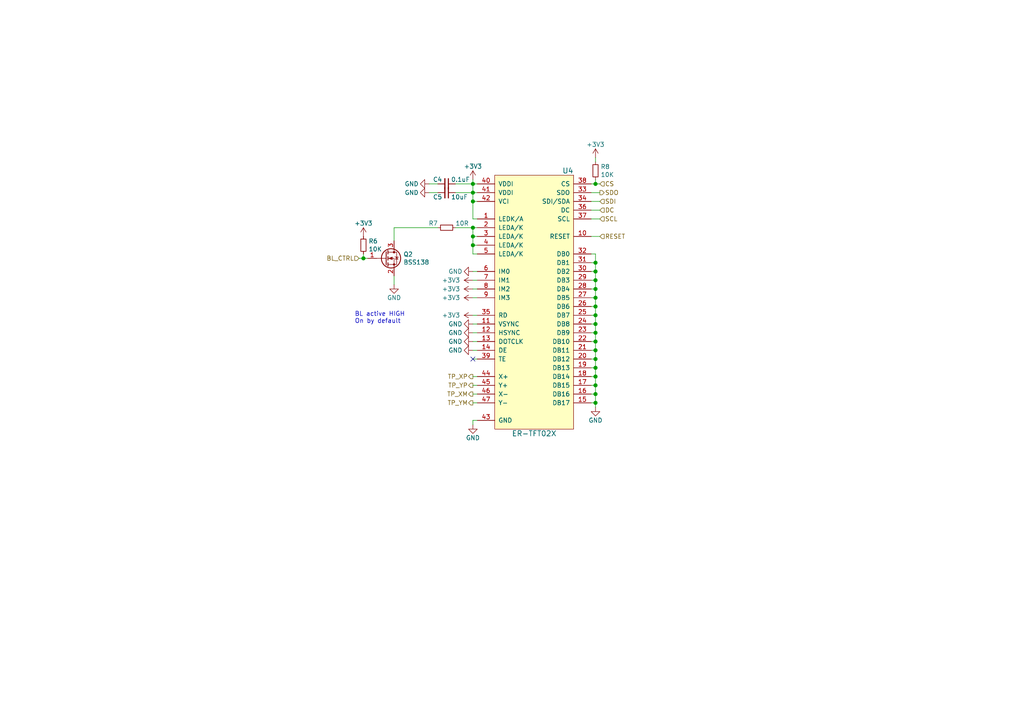
<source format=kicad_sch>
(kicad_sch (version 20210126) (generator eeschema)
  (paper "A4")
  (lib_symbols
    (symbol "Device:C_Small" (pin_numbers hide) (pin_names (offset 0.254) hide)
      (property "Reference" "C" (at 0.254 1.778 0))
      (property "Value" "C_Small" (at 0.254 -2.032 0))
      (symbol "C_Small_0_1"
        (polyline (pts (xy -1.524 -0.508) (xy 1.524 -0.508)) (stroke (width 0.3302)))
        (polyline (pts (xy -1.524 0.508) (xy 1.524 0.508)) (stroke (width 0.3048)))
      )
      (symbol "C_Small_1_1"
        (pin passive line (at 0 2.54 270) (length 2.032) (name "~") (number "1"))
        (pin passive line (at 0 -2.54 90) (length 2.032) (name "~") (number "2"))
      )
    )
    (symbol "Device:R_Small" (pin_numbers hide) (pin_names (offset 0.254) hide)
      (property "Reference" "R" (at 0.762 0.508 0))
      (property "Value" "R_Small" (at 0.762 -1.016 0))
      (symbol "R_Small_0_1"
        (rectangle (start -0.762 1.778) (end 0.762 -1.778) (stroke (width 0.2032)))
      )
      (symbol "R_Small_1_1"
        (pin passive line (at 0 2.54 270) (length 0.762) (name "~") (number "1"))
        (pin passive line (at 0 -2.54 90) (length 0.762) (name "~") (number "2"))
      )
    )
    (symbol "Display_Graphic_Extra:ER-TFT02X" (pin_names (offset 1.016))
      (property "Reference" "U" (at 11.43 36.83 0))
      (property "Value" "ER-TFT02X" (at 0 -39.37 0))
      (symbol "ER-TFT02X_0_1"
        (rectangle (start -11.43 35.56) (end 11.43 -38.1) (fill (type background)))
      )
      (symbol "ER-TFT02X_1_1"
        (pin input line (at -16.51 22.86 0) (length 5.08) (name "LEDK/A") (number "1"))
        (pin input line (at 16.51 17.78 180) (length 5.08) (name "RESET") (number "10"))
        (pin input line (at -16.51 -7.62 0) (length 5.08) (name "VSYNC") (number "11"))
        (pin input line (at -16.51 -10.16 0) (length 5.08) (name "HSYNC") (number "12"))
        (pin input line (at -16.51 -12.7 0) (length 5.08) (name "DOTCLK") (number "13"))
        (pin input line (at -16.51 -15.24 0) (length 5.08) (name "DE") (number "14"))
        (pin input line (at 16.51 -30.48 180) (length 5.08) (name "DB17") (number "15"))
        (pin input line (at 16.51 -27.94 180) (length 5.08) (name "DB16") (number "16"))
        (pin input line (at 16.51 -25.4 180) (length 5.08) (name "DB15") (number "17"))
        (pin input line (at 16.51 -22.86 180) (length 5.08) (name "DB14") (number "18"))
        (pin input line (at 16.51 -20.32 180) (length 5.08) (name "DB13") (number "19"))
        (pin input line (at -16.51 20.32 0) (length 5.08) (name "LEDA/K") (number "2"))
        (pin input line (at 16.51 -17.78 180) (length 5.08) (name "DB12") (number "20"))
        (pin input line (at 16.51 -15.24 180) (length 5.08) (name "DB11") (number "21"))
        (pin input line (at 16.51 -12.7 180) (length 5.08) (name "DB10") (number "22"))
        (pin input line (at 16.51 -10.16 180) (length 5.08) (name "DB9") (number "23"))
        (pin input line (at 16.51 -7.62 180) (length 5.08) (name "DB8") (number "24"))
        (pin input line (at 16.51 -5.08 180) (length 5.08) (name "DB7") (number "25"))
        (pin input line (at 16.51 -2.54 180) (length 5.08) (name "DB6") (number "26"))
        (pin input line (at 16.51 0 180) (length 5.08) (name "DB5") (number "27"))
        (pin input line (at 16.51 2.54 180) (length 5.08) (name "DB4") (number "28"))
        (pin input line (at 16.51 5.08 180) (length 5.08) (name "DB3") (number "29"))
        (pin input line (at -16.51 17.78 0) (length 5.08) (name "LEDA/K") (number "3"))
        (pin input line (at 16.51 7.62 180) (length 5.08) (name "DB2") (number "30"))
        (pin input line (at 16.51 10.16 180) (length 5.08) (name "DB1") (number "31"))
        (pin input line (at 16.51 12.7 180) (length 5.08) (name "DB0") (number "32"))
        (pin output line (at 16.51 30.48 180) (length 5.08) (name "SDO") (number "33"))
        (pin input line (at 16.51 27.94 180) (length 5.08) (name "SDI/SDA") (number "34"))
        (pin input line (at -16.51 -5.08 0) (length 5.08) (name "RD") (number "35"))
        (pin input line (at 16.51 25.4 180) (length 5.08) (name "DC") (number "36"))
        (pin input line (at 16.51 22.86 180) (length 5.08) (name "SCL") (number "37"))
        (pin input line (at 16.51 33.02 180) (length 5.08) (name "CS") (number "38"))
        (pin input line (at -16.51 -17.78 0) (length 5.08) (name "TE") (number "39"))
        (pin input line (at -16.51 15.24 0) (length 5.08) (name "LEDA/K") (number "4"))
        (pin power_in line (at -16.51 33.02 0) (length 5.08) (name "VDDI") (number "40"))
        (pin power_in line (at -16.51 30.48 0) (length 5.08) (name "VDDI") (number "41"))
        (pin power_in line (at -16.51 27.94 0) (length 5.08) (name "VCI") (number "42"))
        (pin power_in line (at -16.51 -35.56 0) (length 5.08) (name "GND") (number "43"))
        (pin output line (at -16.51 -22.86 0) (length 5.08) (name "X+") (number "44"))
        (pin output line (at -16.51 -25.4 0) (length 5.08) (name "Y+") (number "45"))
        (pin output line (at -16.51 -27.94 0) (length 5.08) (name "X-") (number "46"))
        (pin output line (at -16.51 -30.48 0) (length 5.08) (name "Y-") (number "47"))
        (pin passive line (at -16.51 -35.56 0) (length 5.08) hide (name "GND") (number "48"))
        (pin passive line (at -16.51 -35.56 0) (length 5.08) hide (name "GND") (number "49"))
        (pin input line (at -16.51 12.7 0) (length 5.08) (name "LEDA/K") (number "5"))
        (pin passive line (at -16.51 -35.56 0) (length 5.08) hide (name "GND") (number "50"))
        (pin input line (at -16.51 7.62 0) (length 5.08) (name "IM0") (number "6"))
        (pin input line (at -16.51 5.08 0) (length 5.08) (name "IM1") (number "7"))
        (pin input line (at -16.51 2.54 0) (length 5.08) (name "IM2") (number "8"))
        (pin input line (at -16.51 0 0) (length 5.08) (name "IM3") (number "9"))
      )
    )
    (symbol "Transistor_FET:BSS138" (pin_names hide)
      (property "Reference" "Q" (at 5.08 1.905 0))
      (property "Value" "BSS138" (at 5.08 0 0))
      (symbol "BSS138_0_1"
        (circle (center 1.651 0) (radius 2.794) (stroke (width 0.254)))
        (circle (center 2.54 -1.778) (radius 0.254) (fill (type outline)))
        (circle (center 2.54 1.778) (radius 0.254) (fill (type outline)))
        (polyline (pts (xy 0.254 0) (xy -2.54 0)))
        (polyline (pts (xy 0.254 1.905) (xy 0.254 -1.905)) (stroke (width 0.254)))
        (polyline (pts (xy 0.762 -1.27) (xy 0.762 -2.286)) (stroke (width 0.254)))
        (polyline (pts (xy 0.762 0.508) (xy 0.762 -0.508)) (stroke (width 0.254)))
        (polyline (pts (xy 0.762 2.286) (xy 0.762 1.27)) (stroke (width 0.254)))
        (polyline (pts (xy 2.54 2.54) (xy 2.54 1.778)))
        (polyline (pts (xy 2.54 -2.54) (xy 2.54 0) (xy 0.762 0)))
        (polyline (pts (xy 0.762 -1.778) (xy 3.302 -1.778) (xy 3.302 1.778) (xy 0.762 1.778)))
        (polyline (pts (xy 2.794 0.508) (xy 2.921 0.381) (xy 3.683 0.381) (xy 3.81 0.254)))
        (polyline (pts (xy 3.302 0.381) (xy 2.921 -0.254) (xy 3.683 -0.254) (xy 3.302 0.381)))
        (polyline (pts (xy 1.016 0) (xy 2.032 0.381) (xy 2.032 -0.381) (xy 1.016 0)) (fill (type outline)))
      )
      (symbol "BSS138_1_1"
        (pin input line (at -5.08 0 0) (length 2.54) (name "G") (number "1"))
        (pin passive line (at 2.54 -5.08 90) (length 2.54) (name "S") (number "2"))
        (pin passive line (at 2.54 5.08 270) (length 2.54) (name "D") (number "3"))
      )
    )
    (symbol "power:+3.3V" (power) (pin_names (offset 0))
      (property "Value" "+3.3V" (at 0 3.556 0))
      (symbol "+3.3V_0_1"
        (polyline (pts (xy -0.762 1.27) (xy 0 2.54)))
        (polyline (pts (xy 0 0) (xy 0 2.54)))
        (polyline (pts (xy 0 2.54) (xy 0.762 1.27)))
      )
      (symbol "+3.3V_1_1"
        (pin power_in line (at 0 0 90) (length 0) hide (name "+3V3") (number "1"))
      )
    )
    (symbol "power:+3.3V_1" (power) (pin_names (offset 0))
      (property "Value" "+3.3V" (at 0 3.556 0))
      (symbol "+3.3V_1_0_1"
        (polyline (pts (xy -0.762 1.27) (xy 0 2.54)))
        (polyline (pts (xy 0 0) (xy 0 2.54)))
        (polyline (pts (xy 0 2.54) (xy 0.762 1.27)))
      )
      (symbol "+3.3V_1_1_1"
        (pin power_in line (at 0 0 90) (length 0) hide (name "+3V3") (number "1"))
      )
    )
    (symbol "power:+3.3V_2" (power) (pin_names (offset 0))
      (property "Value" "+3.3V" (at 0 3.556 0))
      (symbol "+3.3V_2_0_1"
        (polyline (pts (xy -0.762 1.27) (xy 0 2.54)))
        (polyline (pts (xy 0 0) (xy 0 2.54)))
        (polyline (pts (xy 0 2.54) (xy 0.762 1.27)))
      )
      (symbol "+3.3V_2_1_1"
        (pin power_in line (at 0 0 90) (length 0) hide (name "+3V3") (number "1"))
      )
    )
    (symbol "power:+3.3V_3" (power) (pin_names (offset 0))
      (property "Value" "+3.3V" (at 0 3.556 0))
      (symbol "+3.3V_3_0_1"
        (polyline (pts (xy -0.762 1.27) (xy 0 2.54)))
        (polyline (pts (xy 0 0) (xy 0 2.54)))
        (polyline (pts (xy 0 2.54) (xy 0.762 1.27)))
      )
      (symbol "+3.3V_3_1_1"
        (pin power_in line (at 0 0 90) (length 0) hide (name "+3V3") (number "1"))
      )
    )
    (symbol "power:+3.3V_4" (power) (pin_names (offset 0))
      (property "Value" "+3.3V" (at 0 3.556 0))
      (symbol "+3.3V_4_0_1"
        (polyline (pts (xy -0.762 1.27) (xy 0 2.54)))
        (polyline (pts (xy 0 0) (xy 0 2.54)))
        (polyline (pts (xy 0 2.54) (xy 0.762 1.27)))
      )
      (symbol "+3.3V_4_1_1"
        (pin power_in line (at 0 0 90) (length 0) hide (name "+3V3") (number "1"))
      )
    )
    (symbol "power:+3.3V_5" (power) (pin_names (offset 0))
      (property "Value" "+3.3V" (at 0 3.556 0))
      (symbol "+3.3V_5_0_1"
        (polyline (pts (xy -0.762 1.27) (xy 0 2.54)))
        (polyline (pts (xy 0 0) (xy 0 2.54)))
        (polyline (pts (xy 0 2.54) (xy 0.762 1.27)))
      )
      (symbol "+3.3V_5_1_1"
        (pin power_in line (at 0 0 90) (length 0) hide (name "+3V3") (number "1"))
      )
    )
    (symbol "power:+3.3V_6" (power) (pin_names (offset 0))
      (property "Value" "+3.3V" (at 0 3.556 0))
      (symbol "+3.3V_6_0_1"
        (polyline (pts (xy -0.762 1.27) (xy 0 2.54)))
        (polyline (pts (xy 0 0) (xy 0 2.54)))
        (polyline (pts (xy 0 2.54) (xy 0.762 1.27)))
      )
      (symbol "+3.3V_6_1_1"
        (pin power_in line (at 0 0 90) (length 0) hide (name "+3V3") (number "1"))
      )
    )
    (symbol "power:GND" (power) (pin_names (offset 0))
      (property "Value" "GND" (at 0 -3.81 0))
      (symbol "GND_0_1"
        (polyline (pts (xy 0 0) (xy 0 -1.27) (xy 1.27 -1.27) (xy 0 -2.54) (xy -1.27 -1.27) (xy 0 -1.27)))
      )
      (symbol "GND_1_1"
        (pin power_in line (at 0 0 270) (length 0) hide (name "GND") (number "1"))
      )
    )
  )
  (junction (at 105.41 74.93) (diameter 1.016))
  (junction (at 137.16 53.34) (diameter 1.016))
  (junction (at 137.16 55.88) (diameter 1.016))
  (junction (at 137.16 58.42) (diameter 1.016))
  (junction (at 137.16 66.04) (diameter 1.016))
  (junction (at 137.16 68.58) (diameter 1.016))
  (junction (at 137.16 71.12) (diameter 1.016))
  (junction (at 172.72 53.34) (diameter 1.016))
  (junction (at 172.72 76.2) (diameter 1.016))
  (junction (at 172.72 78.74) (diameter 1.016))
  (junction (at 172.72 81.28) (diameter 1.016))
  (junction (at 172.72 83.82) (diameter 1.016))
  (junction (at 172.72 86.36) (diameter 1.016))
  (junction (at 172.72 88.9) (diameter 1.016))
  (junction (at 172.72 91.44) (diameter 1.016))
  (junction (at 172.72 93.98) (diameter 1.016))
  (junction (at 172.72 96.52) (diameter 1.016))
  (junction (at 172.72 99.06) (diameter 1.016))
  (junction (at 172.72 101.6) (diameter 1.016))
  (junction (at 172.72 104.14) (diameter 1.016))
  (junction (at 172.72 106.68) (diameter 1.016))
  (junction (at 172.72 109.22) (diameter 1.016))
  (junction (at 172.72 111.76) (diameter 1.016))
  (junction (at 172.72 114.3) (diameter 1.016))
  (junction (at 172.72 116.84) (diameter 1.016))
  (no_connect (at 137.16 104.14))
  (wire (pts (xy 105.41 74.93) (xy 104.14 74.93)))
  (wire (pts (xy 105.41 74.93) (xy 105.41 73.66)))
  (wire (pts (xy 106.68 74.93) (xy 105.41 74.93)))
  (wire (pts (xy 114.3 66.04) (xy 114.3 69.85)))
  (wire (pts (xy 114.3 66.04) (xy 127 66.04)))
  (wire (pts (xy 114.3 80.01) (xy 114.3 82.55)))
  (wire (pts (xy 127 53.34) (xy 124.46 53.34)))
  (wire (pts (xy 127 55.88) (xy 124.46 55.88)))
  (wire (pts (xy 137.16 53.34) (xy 132.08 53.34)))
  (wire (pts (xy 137.16 53.34) (xy 137.16 52.07)))
  (wire (pts (xy 137.16 53.34) (xy 138.43 53.34)))
  (wire (pts (xy 137.16 55.88) (xy 132.08 55.88)))
  (wire (pts (xy 137.16 55.88) (xy 137.16 53.34)))
  (wire (pts (xy 137.16 55.88) (xy 138.43 55.88)))
  (wire (pts (xy 137.16 58.42) (xy 137.16 55.88)))
  (wire (pts (xy 137.16 58.42) (xy 138.43 58.42)))
  (wire (pts (xy 137.16 63.5) (xy 137.16 58.42)))
  (wire (pts (xy 137.16 63.5) (xy 138.43 63.5)))
  (wire (pts (xy 137.16 66.04) (xy 132.08 66.04)))
  (wire (pts (xy 137.16 66.04) (xy 137.16 68.58)))
  (wire (pts (xy 137.16 66.04) (xy 138.43 66.04)))
  (wire (pts (xy 137.16 68.58) (xy 138.43 68.58)))
  (wire (pts (xy 137.16 71.12) (xy 137.16 68.58)))
  (wire (pts (xy 137.16 71.12) (xy 138.43 71.12)))
  (wire (pts (xy 137.16 73.66) (xy 137.16 71.12)))
  (wire (pts (xy 137.16 73.66) (xy 138.43 73.66)))
  (wire (pts (xy 137.16 78.74) (xy 138.43 78.74)))
  (wire (pts (xy 137.16 81.28) (xy 138.43 81.28)))
  (wire (pts (xy 137.16 83.82) (xy 138.43 83.82)))
  (wire (pts (xy 137.16 86.36) (xy 138.43 86.36)))
  (wire (pts (xy 137.16 91.44) (xy 138.43 91.44)))
  (wire (pts (xy 137.16 93.98) (xy 138.43 93.98)))
  (wire (pts (xy 137.16 96.52) (xy 138.43 96.52)))
  (wire (pts (xy 137.16 99.06) (xy 138.43 99.06)))
  (wire (pts (xy 137.16 101.6) (xy 138.43 101.6)))
  (wire (pts (xy 137.16 104.14) (xy 138.43 104.14)))
  (wire (pts (xy 137.16 109.22) (xy 138.43 109.22)))
  (wire (pts (xy 137.16 121.92) (xy 137.16 123.19)))
  (wire (pts (xy 138.43 111.76) (xy 137.16 111.76)))
  (wire (pts (xy 138.43 114.3) (xy 137.16 114.3)))
  (wire (pts (xy 138.43 116.84) (xy 137.16 116.84)))
  (wire (pts (xy 138.43 121.92) (xy 137.16 121.92)))
  (wire (pts (xy 171.45 53.34) (xy 172.72 53.34)))
  (wire (pts (xy 171.45 55.88) (xy 173.99 55.88)))
  (wire (pts (xy 171.45 58.42) (xy 173.99 58.42)))
  (wire (pts (xy 171.45 60.96) (xy 173.99 60.96)))
  (wire (pts (xy 171.45 63.5) (xy 173.99 63.5)))
  (wire (pts (xy 171.45 68.58) (xy 173.99 68.58)))
  (wire (pts (xy 171.45 73.66) (xy 172.72 73.66)))
  (wire (pts (xy 171.45 76.2) (xy 172.72 76.2)))
  (wire (pts (xy 171.45 78.74) (xy 172.72 78.74)))
  (wire (pts (xy 171.45 81.28) (xy 172.72 81.28)))
  (wire (pts (xy 171.45 83.82) (xy 172.72 83.82)))
  (wire (pts (xy 171.45 86.36) (xy 172.72 86.36)))
  (wire (pts (xy 171.45 88.9) (xy 172.72 88.9)))
  (wire (pts (xy 171.45 91.44) (xy 172.72 91.44)))
  (wire (pts (xy 171.45 93.98) (xy 172.72 93.98)))
  (wire (pts (xy 171.45 96.52) (xy 172.72 96.52)))
  (wire (pts (xy 171.45 99.06) (xy 172.72 99.06)))
  (wire (pts (xy 171.45 101.6) (xy 172.72 101.6)))
  (wire (pts (xy 171.45 104.14) (xy 172.72 104.14)))
  (wire (pts (xy 171.45 106.68) (xy 172.72 106.68)))
  (wire (pts (xy 171.45 109.22) (xy 172.72 109.22)))
  (wire (pts (xy 171.45 111.76) (xy 172.72 111.76)))
  (wire (pts (xy 171.45 114.3) (xy 172.72 114.3)))
  (wire (pts (xy 171.45 116.84) (xy 172.72 116.84)))
  (wire (pts (xy 172.72 46.99) (xy 172.72 45.72)))
  (wire (pts (xy 172.72 53.34) (xy 172.72 52.07)))
  (wire (pts (xy 172.72 53.34) (xy 173.99 53.34)))
  (wire (pts (xy 172.72 73.66) (xy 172.72 76.2)))
  (wire (pts (xy 172.72 76.2) (xy 172.72 78.74)))
  (wire (pts (xy 172.72 78.74) (xy 172.72 81.28)))
  (wire (pts (xy 172.72 81.28) (xy 172.72 83.82)))
  (wire (pts (xy 172.72 83.82) (xy 172.72 86.36)))
  (wire (pts (xy 172.72 86.36) (xy 172.72 88.9)))
  (wire (pts (xy 172.72 88.9) (xy 172.72 91.44)))
  (wire (pts (xy 172.72 91.44) (xy 172.72 93.98)))
  (wire (pts (xy 172.72 93.98) (xy 172.72 96.52)))
  (wire (pts (xy 172.72 96.52) (xy 172.72 99.06)))
  (wire (pts (xy 172.72 99.06) (xy 172.72 101.6)))
  (wire (pts (xy 172.72 101.6) (xy 172.72 104.14)))
  (wire (pts (xy 172.72 104.14) (xy 172.72 106.68)))
  (wire (pts (xy 172.72 106.68) (xy 172.72 109.22)))
  (wire (pts (xy 172.72 109.22) (xy 172.72 111.76)))
  (wire (pts (xy 172.72 111.76) (xy 172.72 114.3)))
  (wire (pts (xy 172.72 114.3) (xy 172.72 116.84)))
  (wire (pts (xy 172.72 116.84) (xy 172.72 118.11)))
  (text "BL active HIGH\nOn by default" (at 102.87 93.98 0) (effects (font (size 1.27 1.27)) (justify left bottom)))
  (hierarchical_label "BL_CTRL" (shape input) (at 104.14 74.93 180))
  (hierarchical_label "TP_XP" (shape output) (at 137.16 109.22 180))
  (hierarchical_label "TP_YP" (shape output) (at 137.16 111.76 180))
  (hierarchical_label "TP_XM" (shape output) (at 137.16 114.3 180))
  (hierarchical_label "TP_YM" (shape output) (at 137.16 116.84 180))
  (hierarchical_label "CS" (shape input) (at 173.99 53.34 0))
  (hierarchical_label "SDO" (shape output) (at 173.99 55.88 0))
  (hierarchical_label "SDI" (shape input) (at 173.99 58.42 0))
  (hierarchical_label "DC" (shape input) (at 173.99 60.96 0))
  (hierarchical_label "SCL" (shape input) (at 173.99 63.5 0))
  (hierarchical_label "RESET" (shape input) (at 173.99 68.58 0))
  (symbol (lib_name "power:+3.3V_2") (lib_id "power:+3.3V") (at 105.41 68.58 0) (unit 1)
    (property "Reference" "#PWR047" (effects hide))
    (property "Value" "+3.3V" (at 105.41 64.77 0))
  )
  (symbol (lib_name "power:+3.3V_3") (lib_id "power:+3.3V") (at 137.16 52.07 0) (unit 1)
    (property "Reference" "#PWR031" (effects hide))
    (property "Value" "+3.3V" (at 137.16 48.26 0))
  )
  (symbol (lib_name "power:+3.3V_6") (lib_id "power:+3.3V") (at 137.16 81.28 90) (unit 1)
    (property "Reference" "#PWR033" (effects hide))
    (property "Value" "+3.3V" (at 130.81 81.28 90))
  )
  (symbol (lib_name "power:+3.3V_4") (lib_id "power:+3.3V") (at 137.16 83.82 90) (unit 1)
    (property "Reference" "#PWR034" (effects hide))
    (property "Value" "+3.3V" (at 130.81 83.82 90))
  )
  (symbol (lib_name "power:+3.3V_5") (lib_id "power:+3.3V") (at 137.16 86.36 90) (unit 1)
    (property "Reference" "#PWR035" (effects hide))
    (property "Value" "+3.3V" (at 130.81 86.36 90))
  )
  (symbol (lib_name "power:+3.3V_1") (lib_id "power:+3.3V") (at 137.16 91.44 90) (unit 1)
    (property "Reference" "#PWR036" (effects hide))
    (property "Value" "+3.3V" (at 130.81 91.44 90))
  )
  (symbol (lib_id "power:+3.3V") (at 172.72 45.72 0) (unit 1)
    (property "Reference" "#PWR042" (effects hide))
    (property "Value" "+3.3V" (at 172.72 41.91 0))
  )
  (symbol (lib_id "power:GND") (at 114.3 82.55 0) (unit 1)
    (property "Reference" "#PWR028" (effects hide))
    (property "Value" "GND" (at 114.3 86.36 0))
  )
  (symbol (lib_id "power:GND") (at 124.46 53.34 270) (unit 1)
    (property "Reference" "#PWR029" (effects hide))
    (property "Value" "GND" (at 119.38 53.34 90))
  )
  (symbol (lib_id "power:GND") (at 124.46 55.88 270) (unit 1)
    (property "Reference" "#PWR030" (effects hide))
    (property "Value" "GND" (at 119.38 55.88 90))
  )
  (symbol (lib_id "power:GND") (at 137.16 78.74 270) (unit 1)
    (property "Reference" "#PWR032" (effects hide))
    (property "Value" "GND" (at 132.08 78.74 90))
  )
  (symbol (lib_id "power:GND") (at 137.16 93.98 270) (unit 1)
    (property "Reference" "#PWR037" (effects hide))
    (property "Value" "GND" (at 132.08 93.98 90))
  )
  (symbol (lib_id "power:GND") (at 137.16 96.52 270) (unit 1)
    (property "Reference" "#PWR038" (effects hide))
    (property "Value" "GND" (at 132.08 96.52 90))
  )
  (symbol (lib_id "power:GND") (at 137.16 99.06 270) (unit 1)
    (property "Reference" "#PWR039" (effects hide))
    (property "Value" "GND" (at 132.08 99.06 90))
  )
  (symbol (lib_id "power:GND") (at 137.16 101.6 270) (unit 1)
    (property "Reference" "#PWR040" (effects hide))
    (property "Value" "GND" (at 132.08 101.6 90))
  )
  (symbol (lib_id "power:GND") (at 137.16 123.19 0) (unit 1)
    (property "Reference" "#PWR041" (effects hide))
    (property "Value" "GND" (at 137.16 127 0))
  )
  (symbol (lib_id "power:GND") (at 172.72 118.11 0) (unit 1)
    (property "Reference" "#PWR043" (effects hide))
    (property "Value" "GND" (at 172.72 121.92 0))
  )
  (symbol (lib_id "Device:R_Small") (at 105.41 71.12 180) (unit 1)
    (property "Reference" "R6" (at 106.8832 69.9516 0) (effects (justify right)))
    (property "Value" "10K" (at 106.8832 72.263 0) (effects (justify right)))
    (property "Footprint" "Resistor_SMD:R_0603_1608Metric" (effects hide))
  )
  (symbol (lib_id "Device:R_Small") (at 129.54 66.04 270) (unit 1)
    (property "Reference" "R7" (at 127 64.77 90) (effects (justify right)))
    (property "Value" "10R" (at 132.08 64.77 90) (effects (justify left)))
    (property "Footprint" "Resistor_SMD:R_0603_1608Metric" (effects hide))
  )
  (symbol (lib_id "Device:R_Small") (at 172.72 49.53 180) (unit 1)
    (property "Reference" "R8" (at 174.1932 48.3616 0) (effects (justify right)))
    (property "Value" "10K" (at 174.1932 50.673 0) (effects (justify right)))
    (property "Footprint" "Resistor_SMD:R_0603_1608Metric" (effects hide))
  )
  (symbol (lib_id "Device:C_Small") (at 129.54 53.34 270) (unit 1)
    (property "Reference" "C4" (at 128.27 52.07 90) (effects (justify right)))
    (property "Value" "0.1uF" (at 130.81 52.07 90) (effects (justify left)))
    (property "Footprint" "Capacitor_SMD:C_0603_1608Metric" (effects hide))
  )
  (symbol (lib_id "Device:C_Small") (at 129.54 55.88 270) (mirror x) (unit 1)
    (property "Reference" "C5" (at 128.27 57.15 90) (effects (justify right)))
    (property "Value" "10uF" (at 130.81 57.15 90) (effects (justify left)))
    (property "Footprint" "Capacitor_SMD:C_0603_1608Metric" (effects hide))
  )
  (symbol (lib_id "Transistor_FET:BSS138") (at 111.76 74.93 0) (unit 1)
    (property "Reference" "Q2" (at 116.9924 73.7616 0) (effects (justify left)))
    (property "Value" "BSS138" (at 116.9924 76.073 0) (effects (justify left)))
    (property "Footprint" "Package_TO_SOT_SMD:SOT-23" (effects hide))
    (property "Datasheet" "https://www.fairchildsemi.com/datasheets/BS/BSS138.pdf" (effects hide))
    (property "LCSC" "C112239" (effects hide))
  )
  (symbol (lib_id "Display_Graphic_Extra:ER-TFT02X") (at 154.94 86.36 0) (unit 1)
    (property "Reference" "U4" (at 166.37 49.53 0) (effects (font (size 1.524 1.524)) (justify right)))
    (property "Value" "ER-TFT02X" (at 154.94 125.73 0) (effects (font (size 1.524 1.524))))
    (property "Footprint" "Connector_EastRising:ER-CON50HT-1" (effects hide))
  )
)
</source>
